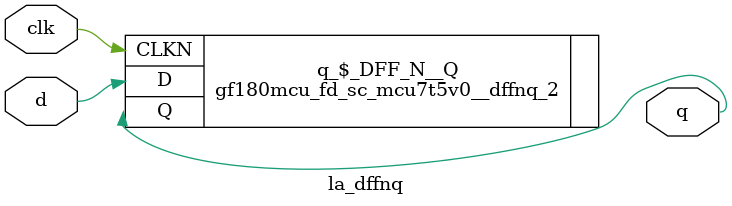
<source format=v>
/* Generated by Yosys 0.37 (git sha1 a5c7f69ed, clang 14.0.0-1ubuntu1.1 -fPIC -Os) */

module la_dffnq(d, clk, q);
  input clk;
  wire clk;
  input d;
  wire d;
  output q;
  wire q;
  gf180mcu_fd_sc_mcu7t5v0__dffnq_2 \q_$_DFF_N__Q  (
    .CLKN(clk),
    .D(d),
    .Q(q)
  );
endmodule

</source>
